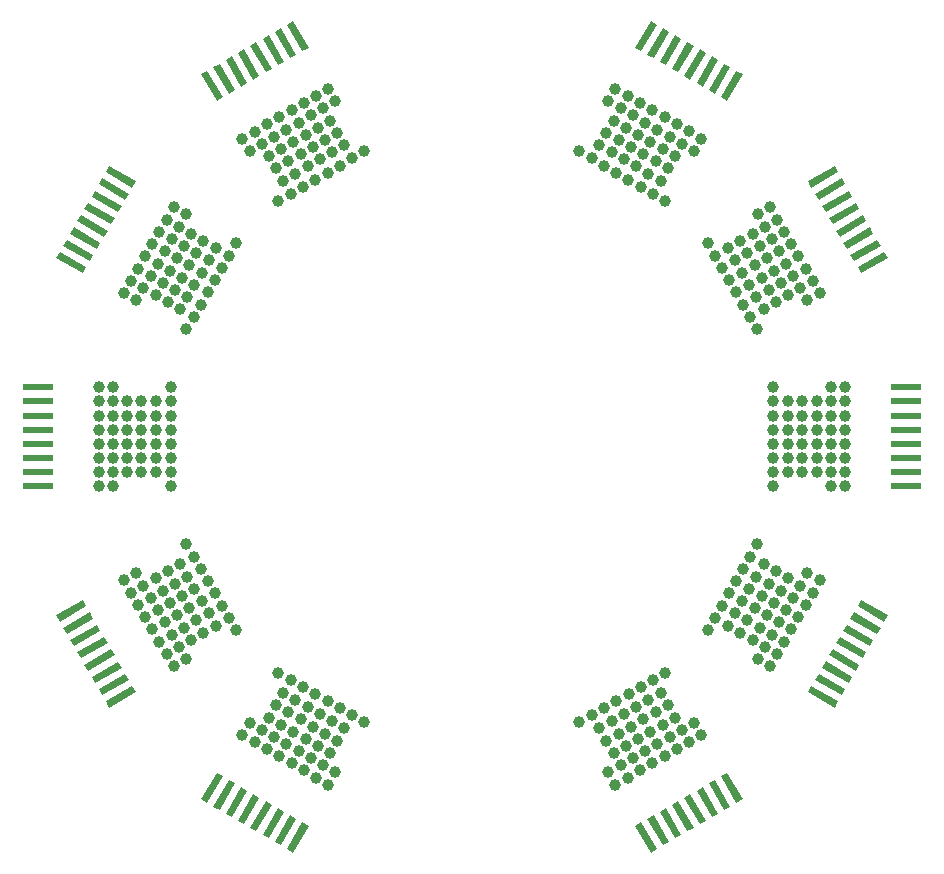
<source format=gbr>
G04 #@! TF.GenerationSoftware,KiCad,Pcbnew,(5.1.5)-3*
G04 #@! TF.CreationDate,2021-02-27T09:42:25-05:00*
G04 #@! TF.ProjectId,PDB,5044422e-6b69-4636-9164-5f7063625858,rev?*
G04 #@! TF.SameCoordinates,Original*
G04 #@! TF.FileFunction,Paste,Top*
G04 #@! TF.FilePolarity,Positive*
%FSLAX46Y46*%
G04 Gerber Fmt 4.6, Leading zero omitted, Abs format (unit mm)*
G04 Created by KiCad (PCBNEW (5.1.5)-3) date 2021-02-27 09:42:25*
%MOMM*%
%LPD*%
G04 APERTURE LIST*
%ADD10C,1.000000*%
%ADD11C,0.100000*%
%ADD12R,2.600000X0.600000*%
G04 APERTURE END LIST*
D10*
X203412317Y-100107890D03*
X204451548Y-99507890D03*
X205490778Y-98907890D03*
X206530009Y-98307890D03*
X207569239Y-97707890D03*
X208608470Y-97107890D03*
X209647700Y-96507890D03*
X210686931Y-95907890D03*
X203801548Y-98382057D03*
X204840778Y-97782057D03*
X205880009Y-97182057D03*
X206919239Y-96582057D03*
X207958470Y-95982057D03*
X208997700Y-95382057D03*
X208397700Y-94342826D03*
X207358470Y-94942826D03*
X206319239Y-95542826D03*
X204240778Y-96742826D03*
X205280009Y-96142826D03*
X203201548Y-97342826D03*
X202601548Y-96303596D03*
X203640778Y-95703596D03*
X204680009Y-95103596D03*
X205719239Y-94503596D03*
X206758470Y-93903596D03*
X207797700Y-93303596D03*
X208236931Y-91664365D03*
X207197700Y-92264365D03*
X206158470Y-92864365D03*
X205119239Y-93464365D03*
X203040778Y-94664365D03*
X204080009Y-94064365D03*
X202001548Y-95264365D03*
X200962317Y-95864365D03*
X200362317Y-94825135D03*
X201401548Y-94225135D03*
X202440778Y-93625135D03*
X203480009Y-93025135D03*
X204519239Y-92425135D03*
X205558470Y-91825135D03*
X206597700Y-91225135D03*
X207636931Y-90625135D03*
D11*
G36*
X204661739Y-84871951D02*
G01*
X205961739Y-87123617D01*
X205442123Y-87423617D01*
X204142123Y-85171951D01*
X204661739Y-84871951D01*
G37*
G36*
X203622508Y-85471951D02*
G01*
X204922508Y-87723617D01*
X204402892Y-88023617D01*
X203102892Y-85771951D01*
X203622508Y-85471951D01*
G37*
G36*
X202583278Y-86071951D02*
G01*
X203883278Y-88323617D01*
X203363662Y-88623617D01*
X202063662Y-86371951D01*
X202583278Y-86071951D01*
G37*
G36*
X197387125Y-89071951D02*
G01*
X198687125Y-91323617D01*
X198167509Y-91623617D01*
X196867509Y-89371951D01*
X197387125Y-89071951D01*
G37*
G36*
X198426356Y-88471951D02*
G01*
X199726356Y-90723617D01*
X199206740Y-91023617D01*
X197906740Y-88771951D01*
X198426356Y-88471951D01*
G37*
G36*
X199465586Y-87871951D02*
G01*
X200765586Y-90123617D01*
X200245970Y-90423617D01*
X198945970Y-88171951D01*
X199465586Y-87871951D01*
G37*
G36*
X200504817Y-87271951D02*
G01*
X201804817Y-89523617D01*
X201285201Y-89823617D01*
X199985201Y-87571951D01*
X200504817Y-87271951D01*
G37*
G36*
X201544047Y-86671951D02*
G01*
X202844047Y-88923617D01*
X202324431Y-89223617D01*
X201024431Y-86971951D01*
X201544047Y-86671951D01*
G37*
D10*
X195623456Y-110971683D03*
X196223456Y-109932452D03*
X196823456Y-108893222D03*
X197423456Y-107853991D03*
X198023456Y-106814761D03*
X198623456Y-105775530D03*
X199223456Y-104736300D03*
X199823456Y-103697069D03*
X195097623Y-109282452D03*
X195697623Y-108243222D03*
X196297623Y-107203991D03*
X196897623Y-106164761D03*
X197497623Y-105125530D03*
X198097623Y-104086300D03*
X197058392Y-103486300D03*
X196458392Y-104525530D03*
X195858392Y-105564761D03*
X194658392Y-107643222D03*
X195258392Y-106603991D03*
X194058392Y-108682452D03*
X193019162Y-108082452D03*
X193619162Y-107043222D03*
X194219162Y-106003991D03*
X194819162Y-104964761D03*
X195419162Y-103925530D03*
X196019162Y-102886300D03*
X195579931Y-101247069D03*
X194979931Y-102286300D03*
X194379931Y-103325530D03*
X193779931Y-104364761D03*
X192579931Y-106443222D03*
X193179931Y-105403991D03*
X191979931Y-107482452D03*
X191379931Y-108521683D03*
X190340701Y-107921683D03*
X190940701Y-106882452D03*
X191540701Y-105843222D03*
X192140701Y-104803991D03*
X192740701Y-103764761D03*
X193340701Y-102725530D03*
X193940701Y-101686300D03*
X194540701Y-100647069D03*
D11*
G36*
X189087517Y-97152261D02*
G01*
X191339183Y-98452261D01*
X191039183Y-98971877D01*
X188787517Y-97671877D01*
X189087517Y-97152261D01*
G37*
G36*
X188487517Y-98191492D02*
G01*
X190739183Y-99491492D01*
X190439183Y-100011108D01*
X188187517Y-98711108D01*
X188487517Y-98191492D01*
G37*
G36*
X187887517Y-99230722D02*
G01*
X190139183Y-100530722D01*
X189839183Y-101050338D01*
X187587517Y-99750338D01*
X187887517Y-99230722D01*
G37*
G36*
X184887517Y-104426875D02*
G01*
X187139183Y-105726875D01*
X186839183Y-106246491D01*
X184587517Y-104946491D01*
X184887517Y-104426875D01*
G37*
G36*
X185487517Y-103387644D02*
G01*
X187739183Y-104687644D01*
X187439183Y-105207260D01*
X185187517Y-103907260D01*
X185487517Y-103387644D01*
G37*
G36*
X186087517Y-102348414D02*
G01*
X188339183Y-103648414D01*
X188039183Y-104168030D01*
X185787517Y-102868030D01*
X186087517Y-102348414D01*
G37*
G36*
X186687517Y-101309183D02*
G01*
X188939183Y-102609183D01*
X188639183Y-103128799D01*
X186387517Y-101828799D01*
X186687517Y-101309183D01*
G37*
G36*
X187287517Y-100269953D02*
G01*
X189539183Y-101569953D01*
X189239183Y-102089569D01*
X186987517Y-100789569D01*
X187287517Y-100269953D01*
G37*
D10*
X228892317Y-95907456D03*
X229931548Y-96507456D03*
X230970778Y-97107456D03*
X232010009Y-97707456D03*
X233049239Y-98307456D03*
X234088470Y-98907456D03*
X235127700Y-99507456D03*
X236166931Y-100107456D03*
X230581548Y-95381623D03*
X231620778Y-95981623D03*
X232660009Y-96581623D03*
X233699239Y-97181623D03*
X234738470Y-97781623D03*
X235777700Y-98381623D03*
X236377700Y-97342392D03*
X235338470Y-96742392D03*
X234299239Y-96142392D03*
X232220778Y-94942392D03*
X233260009Y-95542392D03*
X231181548Y-94342392D03*
X231781548Y-93303162D03*
X232820778Y-93903162D03*
X233860009Y-94503162D03*
X234899239Y-95103162D03*
X235938470Y-95703162D03*
X236977700Y-96303162D03*
X238616931Y-95863931D03*
X237577700Y-95263931D03*
X236538470Y-94663931D03*
X235499239Y-94063931D03*
X233420778Y-92863931D03*
X234460009Y-93463931D03*
X232381548Y-92263931D03*
X231342317Y-91663931D03*
X231942317Y-90624701D03*
X232981548Y-91224701D03*
X234020778Y-91824701D03*
X235060009Y-92424701D03*
X236099239Y-93024701D03*
X237138470Y-93624701D03*
X238177700Y-94224701D03*
X239216931Y-94824701D03*
D11*
G36*
X242711739Y-89371517D02*
G01*
X241411739Y-91623183D01*
X240892123Y-91323183D01*
X242192123Y-89071517D01*
X242711739Y-89371517D01*
G37*
G36*
X241672508Y-88771517D02*
G01*
X240372508Y-91023183D01*
X239852892Y-90723183D01*
X241152892Y-88471517D01*
X241672508Y-88771517D01*
G37*
G36*
X240633278Y-88171517D02*
G01*
X239333278Y-90423183D01*
X238813662Y-90123183D01*
X240113662Y-87871517D01*
X240633278Y-88171517D01*
G37*
G36*
X235437125Y-85171517D02*
G01*
X234137125Y-87423183D01*
X233617509Y-87123183D01*
X234917509Y-84871517D01*
X235437125Y-85171517D01*
G37*
G36*
X236476356Y-85771517D02*
G01*
X235176356Y-88023183D01*
X234656740Y-87723183D01*
X235956740Y-85471517D01*
X236476356Y-85771517D01*
G37*
G36*
X237515586Y-86371517D02*
G01*
X236215586Y-88623183D01*
X235695970Y-88323183D01*
X236995970Y-86071517D01*
X237515586Y-86371517D01*
G37*
G36*
X238554817Y-86971517D02*
G01*
X237254817Y-89223183D01*
X236735201Y-88923183D01*
X238035201Y-86671517D01*
X238554817Y-86971517D01*
G37*
G36*
X239594047Y-87571517D02*
G01*
X238294047Y-89823183D01*
X237774431Y-89523183D01*
X239074431Y-87271517D01*
X239594047Y-87571517D01*
G37*
D10*
X239756110Y-103696317D03*
X240356110Y-104735548D03*
X240956110Y-105774778D03*
X241556110Y-106814009D03*
X242156110Y-107853239D03*
X242756110Y-108892470D03*
X243356110Y-109931700D03*
X243956110Y-110970931D03*
X241481943Y-104085548D03*
X242081943Y-105124778D03*
X242681943Y-106164009D03*
X243281943Y-107203239D03*
X243881943Y-108242470D03*
X244481943Y-109281700D03*
X245521174Y-108681700D03*
X244921174Y-107642470D03*
X244321174Y-106603239D03*
X243121174Y-104524778D03*
X243721174Y-105564009D03*
X242521174Y-103485548D03*
X243560404Y-102885548D03*
X244160404Y-103924778D03*
X244760404Y-104964009D03*
X245360404Y-106003239D03*
X245960404Y-107042470D03*
X246560404Y-108081700D03*
X248199635Y-108520931D03*
X247599635Y-107481700D03*
X246999635Y-106442470D03*
X246399635Y-105403239D03*
X245199635Y-103324778D03*
X245799635Y-104364009D03*
X244599635Y-102285548D03*
X243999635Y-101246317D03*
X245038865Y-100646317D03*
X245638865Y-101685548D03*
X246238865Y-102724778D03*
X246838865Y-103764009D03*
X247438865Y-104803239D03*
X248038865Y-105842470D03*
X248638865Y-106881700D03*
X249238865Y-107920931D03*
D11*
G36*
X254992049Y-104945739D02*
G01*
X252740383Y-106245739D01*
X252440383Y-105726123D01*
X254692049Y-104426123D01*
X254992049Y-104945739D01*
G37*
G36*
X254392049Y-103906508D02*
G01*
X252140383Y-105206508D01*
X251840383Y-104686892D01*
X254092049Y-103386892D01*
X254392049Y-103906508D01*
G37*
G36*
X253792049Y-102867278D02*
G01*
X251540383Y-104167278D01*
X251240383Y-103647662D01*
X253492049Y-102347662D01*
X253792049Y-102867278D01*
G37*
G36*
X250792049Y-97671125D02*
G01*
X248540383Y-98971125D01*
X248240383Y-98451509D01*
X250492049Y-97151509D01*
X250792049Y-97671125D01*
G37*
G36*
X251392049Y-98710356D02*
G01*
X249140383Y-100010356D01*
X248840383Y-99490740D01*
X251092049Y-98190740D01*
X251392049Y-98710356D01*
G37*
G36*
X251992049Y-99749586D02*
G01*
X249740383Y-101049586D01*
X249440383Y-100529970D01*
X251692049Y-99229970D01*
X251992049Y-99749586D01*
G37*
G36*
X252592049Y-100788817D02*
G01*
X250340383Y-102088817D01*
X250040383Y-101569201D01*
X252292049Y-100269201D01*
X252592049Y-100788817D01*
G37*
G36*
X253192049Y-101828047D02*
G01*
X250940383Y-103128047D01*
X250640383Y-102608431D01*
X252892049Y-101308431D01*
X253192049Y-101828047D01*
G37*
D10*
X245270000Y-115873566D03*
X245270000Y-117073566D03*
X245270000Y-118273566D03*
X245270000Y-119473566D03*
X245270000Y-120673566D03*
X245270000Y-121873566D03*
X245270000Y-123073566D03*
X245270000Y-124273566D03*
X246570000Y-117073566D03*
X246570000Y-118273566D03*
X246570000Y-119473566D03*
X246570000Y-120673566D03*
X246570000Y-121873566D03*
X246570000Y-123073566D03*
X247770000Y-123073566D03*
X247770000Y-121873566D03*
X247770000Y-120673566D03*
X247770000Y-118273566D03*
X247770000Y-119473566D03*
X247770000Y-117073566D03*
X248970000Y-117073566D03*
X248970000Y-118273566D03*
X248970000Y-119473566D03*
X248970000Y-120673566D03*
X248970000Y-121873566D03*
X248970000Y-123073566D03*
X250170000Y-124273566D03*
X250170000Y-123073566D03*
X250170000Y-121873566D03*
X250170000Y-120673566D03*
X250170000Y-118273566D03*
X250170000Y-119473566D03*
X250170000Y-117073566D03*
X250170000Y-115873566D03*
X251370000Y-115873566D03*
X251370000Y-117073566D03*
X251370000Y-118273566D03*
X251370000Y-119473566D03*
X251370000Y-120673566D03*
X251370000Y-121873566D03*
X251370000Y-123073566D03*
X251370000Y-124273566D03*
D12*
X256540000Y-124273566D03*
X256540000Y-123073566D03*
X256540000Y-121873566D03*
X256540000Y-115873566D03*
X256540000Y-117073566D03*
X256540000Y-118273566D03*
X256540000Y-119473566D03*
X256540000Y-120673566D03*
D10*
X243956544Y-129176317D03*
X243356544Y-130215548D03*
X242756544Y-131254778D03*
X242156544Y-132294009D03*
X241556544Y-133333239D03*
X240956544Y-134372470D03*
X240356544Y-135411700D03*
X239756544Y-136450931D03*
X244482377Y-130865548D03*
X243882377Y-131904778D03*
X243282377Y-132944009D03*
X242682377Y-133983239D03*
X242082377Y-135022470D03*
X241482377Y-136061700D03*
X242521608Y-136661700D03*
X243121608Y-135622470D03*
X243721608Y-134583239D03*
X244921608Y-132504778D03*
X244321608Y-133544009D03*
X245521608Y-131465548D03*
X246560838Y-132065548D03*
X245960838Y-133104778D03*
X245360838Y-134144009D03*
X244760838Y-135183239D03*
X244160838Y-136222470D03*
X243560838Y-137261700D03*
X244000069Y-138900931D03*
X244600069Y-137861700D03*
X245200069Y-136822470D03*
X245800069Y-135783239D03*
X247000069Y-133704778D03*
X246400069Y-134744009D03*
X247600069Y-132665548D03*
X248200069Y-131626317D03*
X249239299Y-132226317D03*
X248639299Y-133265548D03*
X248039299Y-134304778D03*
X247439299Y-135344009D03*
X246839299Y-136383239D03*
X246239299Y-137422470D03*
X245639299Y-138461700D03*
X245039299Y-139500931D03*
D11*
G36*
X250492483Y-142995739D02*
G01*
X248240817Y-141695739D01*
X248540817Y-141176123D01*
X250792483Y-142476123D01*
X250492483Y-142995739D01*
G37*
G36*
X251092483Y-141956508D02*
G01*
X248840817Y-140656508D01*
X249140817Y-140136892D01*
X251392483Y-141436892D01*
X251092483Y-141956508D01*
G37*
G36*
X251692483Y-140917278D02*
G01*
X249440817Y-139617278D01*
X249740817Y-139097662D01*
X251992483Y-140397662D01*
X251692483Y-140917278D01*
G37*
G36*
X254692483Y-135721125D02*
G01*
X252440817Y-134421125D01*
X252740817Y-133901509D01*
X254992483Y-135201509D01*
X254692483Y-135721125D01*
G37*
G36*
X254092483Y-136760356D02*
G01*
X251840817Y-135460356D01*
X252140817Y-134940740D01*
X254392483Y-136240740D01*
X254092483Y-136760356D01*
G37*
G36*
X253492483Y-137799586D02*
G01*
X251240817Y-136499586D01*
X251540817Y-135979970D01*
X253792483Y-137279970D01*
X253492483Y-137799586D01*
G37*
G36*
X252892483Y-138838817D02*
G01*
X250640817Y-137538817D01*
X250940817Y-137019201D01*
X253192483Y-138319201D01*
X252892483Y-138838817D01*
G37*
G36*
X252292483Y-139878047D02*
G01*
X250040817Y-138578047D01*
X250340817Y-138058431D01*
X252592483Y-139358431D01*
X252292483Y-139878047D01*
G37*
D10*
X236167683Y-140040110D03*
X235128452Y-140640110D03*
X234089222Y-141240110D03*
X233049991Y-141840110D03*
X232010761Y-142440110D03*
X230971530Y-143040110D03*
X229932300Y-143640110D03*
X228893069Y-144240110D03*
X235778452Y-141765943D03*
X234739222Y-142365943D03*
X233699991Y-142965943D03*
X232660761Y-143565943D03*
X231621530Y-144165943D03*
X230582300Y-144765943D03*
X231182300Y-145805174D03*
X232221530Y-145205174D03*
X233260761Y-144605174D03*
X235339222Y-143405174D03*
X234299991Y-144005174D03*
X236378452Y-142805174D03*
X236978452Y-143844404D03*
X235939222Y-144444404D03*
X234899991Y-145044404D03*
X233860761Y-145644404D03*
X232821530Y-146244404D03*
X231782300Y-146844404D03*
X231343069Y-148483635D03*
X232382300Y-147883635D03*
X233421530Y-147283635D03*
X234460761Y-146683635D03*
X236539222Y-145483635D03*
X235499991Y-146083635D03*
X237578452Y-144883635D03*
X238617683Y-144283635D03*
X239217683Y-145322865D03*
X238178452Y-145922865D03*
X237139222Y-146522865D03*
X236099991Y-147122865D03*
X235060761Y-147722865D03*
X234021530Y-148322865D03*
X232982300Y-148922865D03*
X231943069Y-149522865D03*
D11*
G36*
X234918261Y-155276049D02*
G01*
X233618261Y-153024383D01*
X234137877Y-152724383D01*
X235437877Y-154976049D01*
X234918261Y-155276049D01*
G37*
G36*
X235957492Y-154676049D02*
G01*
X234657492Y-152424383D01*
X235177108Y-152124383D01*
X236477108Y-154376049D01*
X235957492Y-154676049D01*
G37*
G36*
X236996722Y-154076049D02*
G01*
X235696722Y-151824383D01*
X236216338Y-151524383D01*
X237516338Y-153776049D01*
X236996722Y-154076049D01*
G37*
G36*
X242192875Y-151076049D02*
G01*
X240892875Y-148824383D01*
X241412491Y-148524383D01*
X242712491Y-150776049D01*
X242192875Y-151076049D01*
G37*
G36*
X241153644Y-151676049D02*
G01*
X239853644Y-149424383D01*
X240373260Y-149124383D01*
X241673260Y-151376049D01*
X241153644Y-151676049D01*
G37*
G36*
X240114414Y-152276049D02*
G01*
X238814414Y-150024383D01*
X239334030Y-149724383D01*
X240634030Y-151976049D01*
X240114414Y-152276049D01*
G37*
G36*
X239075183Y-152876049D02*
G01*
X237775183Y-150624383D01*
X238294799Y-150324383D01*
X239594799Y-152576049D01*
X239075183Y-152876049D01*
G37*
G36*
X238035953Y-153476049D02*
G01*
X236735953Y-151224383D01*
X237255569Y-150924383D01*
X238555569Y-153176049D01*
X238035953Y-153476049D01*
G37*
D10*
X210687683Y-144240544D03*
X209648452Y-143640544D03*
X208609222Y-143040544D03*
X207569991Y-142440544D03*
X206530761Y-141840544D03*
X205491530Y-141240544D03*
X204452300Y-140640544D03*
X203413069Y-140040544D03*
X208998452Y-144766377D03*
X207959222Y-144166377D03*
X206919991Y-143566377D03*
X205880761Y-142966377D03*
X204841530Y-142366377D03*
X203802300Y-141766377D03*
X203202300Y-142805608D03*
X204241530Y-143405608D03*
X205280761Y-144005608D03*
X207359222Y-145205608D03*
X206319991Y-144605608D03*
X208398452Y-145805608D03*
X207798452Y-146844838D03*
X206759222Y-146244838D03*
X205719991Y-145644838D03*
X204680761Y-145044838D03*
X203641530Y-144444838D03*
X202602300Y-143844838D03*
X200963069Y-144284069D03*
X202002300Y-144884069D03*
X203041530Y-145484069D03*
X204080761Y-146084069D03*
X206159222Y-147284069D03*
X205119991Y-146684069D03*
X207198452Y-147884069D03*
X208237683Y-148484069D03*
X207637683Y-149523299D03*
X206598452Y-148923299D03*
X205559222Y-148323299D03*
X204519991Y-147723299D03*
X203480761Y-147123299D03*
X202441530Y-146523299D03*
X201402300Y-145923299D03*
X200363069Y-145323299D03*
D11*
G36*
X196868261Y-150776483D02*
G01*
X198168261Y-148524817D01*
X198687877Y-148824817D01*
X197387877Y-151076483D01*
X196868261Y-150776483D01*
G37*
G36*
X197907492Y-151376483D02*
G01*
X199207492Y-149124817D01*
X199727108Y-149424817D01*
X198427108Y-151676483D01*
X197907492Y-151376483D01*
G37*
G36*
X198946722Y-151976483D02*
G01*
X200246722Y-149724817D01*
X200766338Y-150024817D01*
X199466338Y-152276483D01*
X198946722Y-151976483D01*
G37*
G36*
X204142875Y-154976483D02*
G01*
X205442875Y-152724817D01*
X205962491Y-153024817D01*
X204662491Y-155276483D01*
X204142875Y-154976483D01*
G37*
G36*
X203103644Y-154376483D02*
G01*
X204403644Y-152124817D01*
X204923260Y-152424817D01*
X203623260Y-154676483D01*
X203103644Y-154376483D01*
G37*
G36*
X202064414Y-153776483D02*
G01*
X203364414Y-151524817D01*
X203884030Y-151824817D01*
X202584030Y-154076483D01*
X202064414Y-153776483D01*
G37*
G36*
X201025183Y-153176483D02*
G01*
X202325183Y-150924817D01*
X202844799Y-151224817D01*
X201544799Y-153476483D01*
X201025183Y-153176483D01*
G37*
G36*
X199985953Y-152576483D02*
G01*
X201285953Y-150324817D01*
X201805569Y-150624817D01*
X200505569Y-152876483D01*
X199985953Y-152576483D01*
G37*
D10*
X199823890Y-136451683D03*
X199223890Y-135412452D03*
X198623890Y-134373222D03*
X198023890Y-133333991D03*
X197423890Y-132294761D03*
X196823890Y-131255530D03*
X196223890Y-130216300D03*
X195623890Y-129177069D03*
X198098057Y-136062452D03*
X197498057Y-135023222D03*
X196898057Y-133983991D03*
X196298057Y-132944761D03*
X195698057Y-131905530D03*
X195098057Y-130866300D03*
X194058826Y-131466300D03*
X194658826Y-132505530D03*
X195258826Y-133544761D03*
X196458826Y-135623222D03*
X195858826Y-134583991D03*
X197058826Y-136662452D03*
X196019596Y-137262452D03*
X195419596Y-136223222D03*
X194819596Y-135183991D03*
X194219596Y-134144761D03*
X193619596Y-133105530D03*
X193019596Y-132066300D03*
X191380365Y-131627069D03*
X191980365Y-132666300D03*
X192580365Y-133705530D03*
X193180365Y-134744761D03*
X194380365Y-136823222D03*
X193780365Y-135783991D03*
X194980365Y-137862452D03*
X195580365Y-138901683D03*
X194541135Y-139501683D03*
X193941135Y-138462452D03*
X193341135Y-137423222D03*
X192741135Y-136383991D03*
X192141135Y-135344761D03*
X191541135Y-134305530D03*
X190941135Y-133266300D03*
X190341135Y-132227069D03*
D11*
G36*
X184587951Y-135202261D02*
G01*
X186839617Y-133902261D01*
X187139617Y-134421877D01*
X184887951Y-135721877D01*
X184587951Y-135202261D01*
G37*
G36*
X185187951Y-136241492D02*
G01*
X187439617Y-134941492D01*
X187739617Y-135461108D01*
X185487951Y-136761108D01*
X185187951Y-136241492D01*
G37*
G36*
X185787951Y-137280722D02*
G01*
X188039617Y-135980722D01*
X188339617Y-136500338D01*
X186087951Y-137800338D01*
X185787951Y-137280722D01*
G37*
G36*
X188787951Y-142476875D02*
G01*
X191039617Y-141176875D01*
X191339617Y-141696491D01*
X189087951Y-142996491D01*
X188787951Y-142476875D01*
G37*
G36*
X188187951Y-141437644D02*
G01*
X190439617Y-140137644D01*
X190739617Y-140657260D01*
X188487951Y-141957260D01*
X188187951Y-141437644D01*
G37*
G36*
X187587951Y-140398414D02*
G01*
X189839617Y-139098414D01*
X190139617Y-139618030D01*
X187887951Y-140918030D01*
X187587951Y-140398414D01*
G37*
G36*
X186987951Y-139359183D02*
G01*
X189239617Y-138059183D01*
X189539617Y-138578799D01*
X187287951Y-139878799D01*
X186987951Y-139359183D01*
G37*
G36*
X186387951Y-138319953D02*
G01*
X188639617Y-137019953D01*
X188939617Y-137539569D01*
X186687951Y-138839569D01*
X186387951Y-138319953D01*
G37*
D10*
X194310000Y-124274434D03*
X194310000Y-123074434D03*
X194310000Y-121874434D03*
X194310000Y-120674434D03*
X194310000Y-119474434D03*
X194310000Y-118274434D03*
X194310000Y-117074434D03*
X194310000Y-115874434D03*
X193010000Y-123074434D03*
X193010000Y-121874434D03*
X193010000Y-120674434D03*
X193010000Y-119474434D03*
X193010000Y-118274434D03*
X193010000Y-117074434D03*
X191810000Y-117074434D03*
X191810000Y-118274434D03*
X191810000Y-119474434D03*
X191810000Y-121874434D03*
X191810000Y-120674434D03*
X191810000Y-123074434D03*
X190610000Y-123074434D03*
X190610000Y-121874434D03*
X190610000Y-120674434D03*
X190610000Y-119474434D03*
X190610000Y-118274434D03*
X190610000Y-117074434D03*
X189410000Y-115874434D03*
X189410000Y-117074434D03*
X189410000Y-118274434D03*
X189410000Y-119474434D03*
X189410000Y-121874434D03*
X189410000Y-120674434D03*
X189410000Y-123074434D03*
X189410000Y-124274434D03*
X188210000Y-124274434D03*
X188210000Y-123074434D03*
X188210000Y-121874434D03*
X188210000Y-120674434D03*
X188210000Y-119474434D03*
X188210000Y-118274434D03*
X188210000Y-117074434D03*
X188210000Y-115874434D03*
D12*
X183040000Y-115874434D03*
X183040000Y-117074434D03*
X183040000Y-118274434D03*
X183040000Y-124274434D03*
X183040000Y-123074434D03*
X183040000Y-121874434D03*
X183040000Y-120674434D03*
X183040000Y-119474434D03*
M02*

</source>
